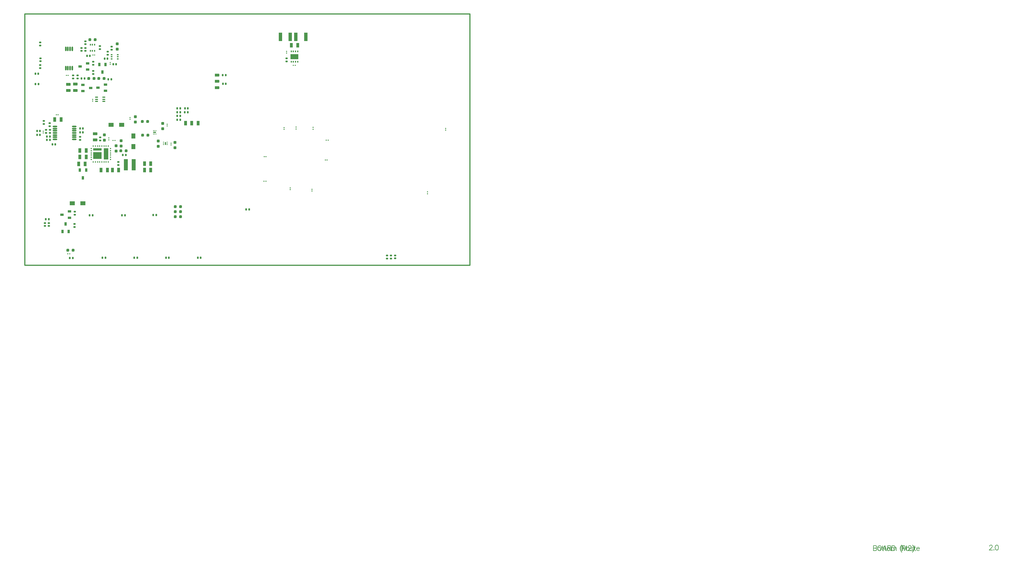
<source format=gbp>
G04 Layer_Color=128*
%FSLAX25Y25*%
%MOIN*%
G70*
G01*
G75*
%ADD10C,0.00700*%
G04:AMPARAMS|DCode=17|XSize=55.12mil|YSize=35.43mil|CornerRadius=8.86mil|HoleSize=0mil|Usage=FLASHONLY|Rotation=270.000|XOffset=0mil|YOffset=0mil|HoleType=Round|Shape=RoundedRectangle|*
%AMROUNDEDRECTD17*
21,1,0.05512,0.01772,0,0,270.0*
21,1,0.03740,0.03543,0,0,270.0*
1,1,0.01772,-0.00886,-0.01870*
1,1,0.01772,-0.00886,0.01870*
1,1,0.01772,0.00886,0.01870*
1,1,0.01772,0.00886,-0.01870*
%
%ADD17ROUNDEDRECTD17*%
G04:AMPARAMS|DCode=18|XSize=55.12mil|YSize=35.43mil|CornerRadius=8.86mil|HoleSize=0mil|Usage=FLASHONLY|Rotation=180.000|XOffset=0mil|YOffset=0mil|HoleType=Round|Shape=RoundedRectangle|*
%AMROUNDEDRECTD18*
21,1,0.05512,0.01772,0,0,180.0*
21,1,0.03740,0.03543,0,0,180.0*
1,1,0.01772,-0.01870,0.00886*
1,1,0.01772,0.01870,0.00886*
1,1,0.01772,0.01870,-0.00886*
1,1,0.01772,-0.01870,-0.00886*
%
%ADD18ROUNDEDRECTD18*%
G04:AMPARAMS|DCode=24|XSize=21.65mil|YSize=23.62mil|CornerRadius=5.41mil|HoleSize=0mil|Usage=FLASHONLY|Rotation=180.000|XOffset=0mil|YOffset=0mil|HoleType=Round|Shape=RoundedRectangle|*
%AMROUNDEDRECTD24*
21,1,0.02165,0.01279,0,0,180.0*
21,1,0.01083,0.02362,0,0,180.0*
1,1,0.01083,-0.00541,0.00640*
1,1,0.01083,0.00541,0.00640*
1,1,0.01083,0.00541,-0.00640*
1,1,0.01083,-0.00541,-0.00640*
%
%ADD24ROUNDEDRECTD24*%
G04:AMPARAMS|DCode=25|XSize=21.65mil|YSize=23.62mil|CornerRadius=5.41mil|HoleSize=0mil|Usage=FLASHONLY|Rotation=90.000|XOffset=0mil|YOffset=0mil|HoleType=Round|Shape=RoundedRectangle|*
%AMROUNDEDRECTD25*
21,1,0.02165,0.01279,0,0,90.0*
21,1,0.01083,0.02362,0,0,90.0*
1,1,0.01083,0.00640,0.00541*
1,1,0.01083,0.00640,-0.00541*
1,1,0.01083,-0.00640,-0.00541*
1,1,0.01083,-0.00640,0.00541*
%
%ADD25ROUNDEDRECTD25*%
G04:AMPARAMS|DCode=26|XSize=10.83mil|YSize=11.81mil|CornerRadius=2.71mil|HoleSize=0mil|Usage=FLASHONLY|Rotation=180.000|XOffset=0mil|YOffset=0mil|HoleType=Round|Shape=RoundedRectangle|*
%AMROUNDEDRECTD26*
21,1,0.01083,0.00640,0,0,180.0*
21,1,0.00541,0.01181,0,0,180.0*
1,1,0.00541,-0.00271,0.00320*
1,1,0.00541,0.00271,0.00320*
1,1,0.00541,0.00271,-0.00320*
1,1,0.00541,-0.00271,-0.00320*
%
%ADD26ROUNDEDRECTD26*%
G04:AMPARAMS|DCode=27|XSize=10.83mil|YSize=11.81mil|CornerRadius=2.71mil|HoleSize=0mil|Usage=FLASHONLY|Rotation=90.000|XOffset=0mil|YOffset=0mil|HoleType=Round|Shape=RoundedRectangle|*
%AMROUNDEDRECTD27*
21,1,0.01083,0.00640,0,0,90.0*
21,1,0.00541,0.01181,0,0,90.0*
1,1,0.00541,0.00320,0.00271*
1,1,0.00541,0.00320,-0.00271*
1,1,0.00541,-0.00320,-0.00271*
1,1,0.00541,-0.00320,0.00271*
%
%ADD27ROUNDEDRECTD27*%
G04:AMPARAMS|DCode=30|XSize=35.43mil|YSize=31.5mil|CornerRadius=7.87mil|HoleSize=0mil|Usage=FLASHONLY|Rotation=0.000|XOffset=0mil|YOffset=0mil|HoleType=Round|Shape=RoundedRectangle|*
%AMROUNDEDRECTD30*
21,1,0.03543,0.01575,0,0,0.0*
21,1,0.01968,0.03150,0,0,0.0*
1,1,0.01575,0.00984,-0.00787*
1,1,0.01575,-0.00984,-0.00787*
1,1,0.01575,-0.00984,0.00787*
1,1,0.01575,0.00984,0.00787*
%
%ADD30ROUNDEDRECTD30*%
%ADD33R,0.03937X0.10236*%
%ADD46C,0.00591*%
%ADD48C,0.01200*%
G04:AMPARAMS|DCode=99|XSize=35.43mil|YSize=31.5mil|CornerRadius=7.87mil|HoleSize=0mil|Usage=FLASHONLY|Rotation=270.000|XOffset=0mil|YOffset=0mil|HoleType=Round|Shape=RoundedRectangle|*
%AMROUNDEDRECTD99*
21,1,0.03543,0.01575,0,0,270.0*
21,1,0.01968,0.03150,0,0,270.0*
1,1,0.01575,-0.00787,-0.00984*
1,1,0.01575,-0.00787,0.00984*
1,1,0.01575,0.00787,0.00984*
1,1,0.01575,0.00787,-0.00984*
%
%ADD99ROUNDEDRECTD99*%
%ADD100R,0.04134X0.02559*%
%ADD101O,0.05709X0.01772*%
%ADD102R,0.02559X0.04134*%
%ADD103R,0.01378X0.00709*%
%ADD104R,0.01181X0.03701*%
%ADD105R,0.01378X0.02362*%
%ADD106R,0.09449X0.06102*%
%ADD107R,0.03740X0.01772*%
%ADD110R,0.01181X0.01575*%
%ADD111R,0.01575X0.01181*%
%ADD113R,0.04724X0.13386*%
%ADD114R,0.00709X0.01378*%
%ADD115R,0.03701X0.01181*%
%ADD116O,0.01772X0.05709*%
%ADD117R,0.02362X0.01654*%
%ADD118R,0.01654X0.02362*%
%ADD119R,0.05118X0.05905*%
%ADD120R,0.05905X0.05118*%
%ADD203R,0.10354X0.02756*%
%ADD204R,0.05512X0.13780*%
%ADD205R,0.10354X0.07874*%
D10*
X1152281Y-335451D02*
Y-335170D01*
X1152562Y-334607D01*
X1152843Y-334326D01*
X1153405Y-334045D01*
X1154530D01*
X1155092Y-334326D01*
X1155374Y-334607D01*
X1155655Y-335170D01*
Y-335732D01*
X1155374Y-336294D01*
X1154811Y-337138D01*
X1152000Y-339949D01*
X1155936D01*
X1157538Y-339387D02*
X1157257Y-339668D01*
X1157538Y-339949D01*
X1157820Y-339668D01*
X1157538Y-339387D01*
X1160800Y-334045D02*
X1159956Y-334326D01*
X1159394Y-335170D01*
X1159113Y-336575D01*
Y-337419D01*
X1159394Y-338825D01*
X1159956Y-339668D01*
X1160800Y-339949D01*
X1161362D01*
X1162206Y-339668D01*
X1162768Y-338825D01*
X1163049Y-337419D01*
Y-336575D01*
X1162768Y-335170D01*
X1162206Y-334326D01*
X1161362Y-334045D01*
X1160800D01*
X1152281Y-335451D02*
Y-335170D01*
X1152562Y-334607D01*
X1152843Y-334326D01*
X1153405Y-334045D01*
X1154530D01*
X1155092Y-334326D01*
X1155374Y-334607D01*
X1155655Y-335170D01*
Y-335732D01*
X1155374Y-336294D01*
X1154811Y-337138D01*
X1152000Y-339949D01*
X1155936D01*
X1157538Y-339387D02*
X1157257Y-339668D01*
X1157538Y-339949D01*
X1157820Y-339668D01*
X1157538Y-339387D01*
X1160800Y-334045D02*
X1159956Y-334326D01*
X1159394Y-335170D01*
X1159113Y-336575D01*
Y-337419D01*
X1159394Y-338825D01*
X1159956Y-339668D01*
X1160800Y-339949D01*
X1161362D01*
X1162206Y-339668D01*
X1162768Y-338825D01*
X1163049Y-337419D01*
Y-336575D01*
X1162768Y-335170D01*
X1162206Y-334326D01*
X1161362Y-334045D01*
X1160800D01*
D17*
X112040Y113800D02*
D03*
X104560D02*
D03*
X71840Y121100D02*
D03*
X64360D02*
D03*
X35760Y174000D02*
D03*
X43240D02*
D03*
X318456Y262556D02*
D03*
X325936D02*
D03*
X91060Y113800D02*
D03*
X98540D02*
D03*
X65660Y129300D02*
D03*
X73140D02*
D03*
X65760Y136900D02*
D03*
X73240D02*
D03*
X199420Y169600D02*
D03*
X206900D02*
D03*
X191900D02*
D03*
X199380D02*
D03*
X150340Y113600D02*
D03*
X142860D02*
D03*
X150280Y121400D02*
D03*
X142800D02*
D03*
D18*
X83900Y157080D02*
D03*
Y149600D02*
D03*
X60300Y216240D02*
D03*
Y208760D02*
D03*
X51800Y216140D02*
D03*
Y208660D02*
D03*
X229600Y227040D02*
D03*
Y219560D02*
D03*
X229700Y219640D02*
D03*
Y212160D02*
D03*
D24*
X96172Y8900D02*
D03*
X92628D02*
D03*
X77743Y250000D02*
D03*
X74200D02*
D03*
X103272Y222100D02*
D03*
X99728D02*
D03*
X18072Y160300D02*
D03*
X14528D02*
D03*
Y155700D02*
D03*
X18072D02*
D03*
X32800Y144400D02*
D03*
X36343D02*
D03*
X26357Y149600D02*
D03*
X29900D02*
D03*
X185643Y187200D02*
D03*
X182100D02*
D03*
X185643Y182700D02*
D03*
X182100D02*
D03*
X185643Y173700D02*
D03*
X182100D02*
D03*
X185643Y178200D02*
D03*
X182100D02*
D03*
X156843Y60100D02*
D03*
X153300D02*
D03*
X119572Y59600D02*
D03*
X116028D02*
D03*
X57200Y8700D02*
D03*
X53657D02*
D03*
X24924Y55000D02*
D03*
X28468D02*
D03*
X80943Y59500D02*
D03*
X77400D02*
D03*
X264457Y66600D02*
D03*
X268000D02*
D03*
X134172Y9000D02*
D03*
X130628D02*
D03*
X65800Y163400D02*
D03*
X69343D02*
D03*
X69372Y158700D02*
D03*
X65828D02*
D03*
X29800Y153600D02*
D03*
X26257D02*
D03*
X120543Y131500D02*
D03*
X117000D02*
D03*
X16200Y216400D02*
D03*
X12657D02*
D03*
X16100Y228800D02*
D03*
X12557D02*
D03*
X105528Y240100D02*
D03*
X109072D02*
D03*
X98772Y246600D02*
D03*
X95228D02*
D03*
X71143Y223000D02*
D03*
X67600D02*
D03*
X236328Y226900D02*
D03*
X239872D02*
D03*
X236500Y216700D02*
D03*
X240043D02*
D03*
X194672Y182700D02*
D03*
X191128D02*
D03*
X194700Y187200D02*
D03*
X191157D02*
D03*
X172072Y9100D02*
D03*
X168528D02*
D03*
X210072Y8900D02*
D03*
X206528D02*
D03*
D25*
X72300Y267472D02*
D03*
Y263928D02*
D03*
X22700Y172300D02*
D03*
Y168757D02*
D03*
X28500Y46900D02*
D03*
Y50443D02*
D03*
X59300Y49172D02*
D03*
Y45628D02*
D03*
X23800Y46900D02*
D03*
Y50443D02*
D03*
X59500Y63972D02*
D03*
Y60428D02*
D03*
X25300Y158028D02*
D03*
Y161572D02*
D03*
X29500Y169700D02*
D03*
Y166157D02*
D03*
X29800Y161572D02*
D03*
Y158028D02*
D03*
X65900Y153372D02*
D03*
Y149828D02*
D03*
X67600Y255928D02*
D03*
Y259472D02*
D03*
X72300Y259443D02*
D03*
Y255900D02*
D03*
X98800Y254943D02*
D03*
Y251400D02*
D03*
X442200Y11772D02*
D03*
Y8228D02*
D03*
X312496Y243356D02*
D03*
Y246899D02*
D03*
X90000Y149000D02*
D03*
Y152543D02*
D03*
X111700Y119728D02*
D03*
Y123272D02*
D03*
X18400Y265872D02*
D03*
Y262328D02*
D03*
X18500Y247100D02*
D03*
Y243557D02*
D03*
X18400Y235428D02*
D03*
Y238972D02*
D03*
X103600Y261000D02*
D03*
Y257457D02*
D03*
X89500Y257957D02*
D03*
Y261500D02*
D03*
X81700Y239428D02*
D03*
Y242972D02*
D03*
X432600Y8128D02*
D03*
Y11672D02*
D03*
X437400D02*
D03*
Y8128D02*
D03*
X57600Y226672D02*
D03*
Y223128D02*
D03*
X62800Y226643D02*
D03*
Y223100D02*
D03*
X81700Y232000D02*
D03*
Y228457D02*
D03*
D26*
X361000Y125600D02*
D03*
X358933D02*
D03*
X37567Y179800D02*
D03*
X39634D02*
D03*
X83300Y251100D02*
D03*
X81233D02*
D03*
X362134Y149200D02*
D03*
X360067D02*
D03*
X285966Y129600D02*
D03*
X288034D02*
D03*
X285767Y100400D02*
D03*
X287833D02*
D03*
X105438Y149000D02*
D03*
X107505D02*
D03*
X320766Y238500D02*
D03*
X322833D02*
D03*
X51400Y13600D02*
D03*
X53467D02*
D03*
X49495Y226600D02*
D03*
X51562D02*
D03*
D27*
X21800Y157966D02*
D03*
Y160034D02*
D03*
X101900Y242067D02*
D03*
Y240000D02*
D03*
X81100Y198134D02*
D03*
Y196066D02*
D03*
X323900Y164833D02*
D03*
Y162767D02*
D03*
X309500Y164367D02*
D03*
Y162300D02*
D03*
X316900Y90367D02*
D03*
Y92434D02*
D03*
X343100Y88566D02*
D03*
Y90633D02*
D03*
X344400Y164533D02*
D03*
Y162467D02*
D03*
X174700Y145633D02*
D03*
Y143567D02*
D03*
X170100Y168234D02*
D03*
Y166166D02*
D03*
X125700Y176233D02*
D03*
Y174167D02*
D03*
X100200Y151833D02*
D03*
Y149767D02*
D03*
X312500Y255234D02*
D03*
Y253167D02*
D03*
X502600Y163233D02*
D03*
Y161167D02*
D03*
X481000Y87500D02*
D03*
Y85433D02*
D03*
D30*
X159300Y142050D02*
D03*
Y148350D02*
D03*
X164600Y163050D02*
D03*
Y169350D02*
D03*
X131800Y170950D02*
D03*
Y177250D02*
D03*
X109100Y142650D02*
D03*
Y136350D02*
D03*
X114800Y142300D02*
D03*
Y148599D02*
D03*
X95100Y155699D02*
D03*
Y149400D02*
D03*
X110300Y258001D02*
D03*
Y264300D02*
D03*
X179200Y140450D02*
D03*
Y146750D02*
D03*
D33*
X335602Y272556D02*
D03*
X323791D02*
D03*
X317102D02*
D03*
X305291D02*
D03*
D46*
X1013504Y-334745D02*
Y-340649D01*
Y-334745D02*
X1016035D01*
X1016878Y-335026D01*
X1017159Y-335307D01*
X1017441Y-335869D01*
Y-336432D01*
X1017159Y-336994D01*
X1016878Y-337275D01*
X1016035Y-337556D01*
X1013504D02*
X1016035D01*
X1016878Y-337837D01*
X1017159Y-338119D01*
X1017441Y-338681D01*
Y-339524D01*
X1017159Y-340087D01*
X1016878Y-340368D01*
X1016035Y-340649D01*
X1013504D01*
X1020168Y-336713D02*
X1019606Y-336994D01*
X1019043Y-337556D01*
X1018762Y-338400D01*
Y-338962D01*
X1019043Y-339805D01*
X1019606Y-340368D01*
X1020168Y-340649D01*
X1021011D01*
X1021574Y-340368D01*
X1022136Y-339805D01*
X1022417Y-338962D01*
Y-338400D01*
X1022136Y-337556D01*
X1021574Y-336994D01*
X1021011Y-336713D01*
X1020168D01*
X1024554Y-334745D02*
Y-339524D01*
X1024835Y-340368D01*
X1025397Y-340649D01*
X1025960D01*
X1023710Y-336713D02*
X1025678D01*
X1027647Y-334745D02*
Y-339524D01*
X1027928Y-340368D01*
X1028490Y-340649D01*
X1029052D01*
X1026803Y-336713D02*
X1028771D01*
X1031301D02*
X1030739Y-336994D01*
X1030177Y-337556D01*
X1029896Y-338400D01*
Y-338962D01*
X1030177Y-339805D01*
X1030739Y-340368D01*
X1031301Y-340649D01*
X1032145D01*
X1032707Y-340368D01*
X1033270Y-339805D01*
X1033551Y-338962D01*
Y-338400D01*
X1033270Y-337556D01*
X1032707Y-336994D01*
X1032145Y-336713D01*
X1031301D01*
X1034844D02*
Y-340649D01*
Y-337837D02*
X1035688Y-336994D01*
X1036250Y-336713D01*
X1037093D01*
X1037656Y-336994D01*
X1037937Y-337837D01*
Y-340649D01*
Y-337837D02*
X1038780Y-336994D01*
X1039342Y-336713D01*
X1040186D01*
X1040748Y-336994D01*
X1041029Y-337837D01*
Y-340649D01*
X1047524Y-337837D02*
X1050054D01*
X1050898Y-337556D01*
X1051179Y-337275D01*
X1051460Y-336713D01*
Y-335869D01*
X1051179Y-335307D01*
X1050898Y-335026D01*
X1050054Y-334745D01*
X1047524D01*
Y-340649D01*
X1056156Y-336713D02*
Y-340649D01*
Y-337556D02*
X1055593Y-336994D01*
X1055031Y-336713D01*
X1054187D01*
X1053625Y-336994D01*
X1053063Y-337556D01*
X1052782Y-338400D01*
Y-338962D01*
X1053063Y-339805D01*
X1053625Y-340368D01*
X1054187Y-340649D01*
X1055031D01*
X1055593Y-340368D01*
X1056156Y-339805D01*
X1060823Y-337556D02*
X1060542Y-336994D01*
X1059698Y-336713D01*
X1058855D01*
X1058011Y-336994D01*
X1057730Y-337556D01*
X1058011Y-338119D01*
X1058574Y-338400D01*
X1059979Y-338681D01*
X1060542Y-338962D01*
X1060823Y-339524D01*
Y-339805D01*
X1060542Y-340368D01*
X1059698Y-340649D01*
X1058855D01*
X1058011Y-340368D01*
X1057730Y-339805D01*
X1062903Y-334745D02*
Y-339524D01*
X1063184Y-340368D01*
X1063747Y-340649D01*
X1064309D01*
X1062060Y-336713D02*
X1064028D01*
X1065152Y-338400D02*
X1068526D01*
Y-337837D01*
X1068245Y-337275D01*
X1067964Y-336994D01*
X1067402Y-336713D01*
X1066558D01*
X1065996Y-336994D01*
X1065434Y-337556D01*
X1065152Y-338400D01*
Y-338962D01*
X1065434Y-339805D01*
X1065996Y-340368D01*
X1066558Y-340649D01*
X1067402D01*
X1067964Y-340368D01*
X1068526Y-339805D01*
X1013504Y-334745D02*
Y-340649D01*
Y-334745D02*
X1016035D01*
X1016878Y-335026D01*
X1017159Y-335307D01*
X1017441Y-335869D01*
Y-336432D01*
X1017159Y-336994D01*
X1016878Y-337275D01*
X1016035Y-337556D01*
X1013504D02*
X1016035D01*
X1016878Y-337837D01*
X1017159Y-338119D01*
X1017441Y-338681D01*
Y-339524D01*
X1017159Y-340087D01*
X1016878Y-340368D01*
X1016035Y-340649D01*
X1013504D01*
X1020449Y-334745D02*
X1019887Y-335026D01*
X1019324Y-335588D01*
X1019043Y-336150D01*
X1018762Y-336994D01*
Y-338400D01*
X1019043Y-339243D01*
X1019324Y-339805D01*
X1019887Y-340368D01*
X1020449Y-340649D01*
X1021574D01*
X1022136Y-340368D01*
X1022698Y-339805D01*
X1022979Y-339243D01*
X1023260Y-338400D01*
Y-336994D01*
X1022979Y-336150D01*
X1022698Y-335588D01*
X1022136Y-335026D01*
X1021574Y-334745D01*
X1020449D01*
X1029137Y-340649D02*
X1026887Y-334745D01*
X1024638Y-340649D01*
X1025482Y-338681D02*
X1028293D01*
X1030514Y-334745D02*
Y-340649D01*
Y-334745D02*
X1033045D01*
X1033888Y-335026D01*
X1034169Y-335307D01*
X1034450Y-335869D01*
Y-336432D01*
X1034169Y-336994D01*
X1033888Y-337275D01*
X1033045Y-337556D01*
X1030514D01*
X1032482D02*
X1034450Y-340649D01*
X1035772Y-334745D02*
Y-340649D01*
Y-334745D02*
X1037740D01*
X1038583Y-335026D01*
X1039146Y-335588D01*
X1039427Y-336150D01*
X1039708Y-336994D01*
Y-338400D01*
X1039427Y-339243D01*
X1039146Y-339805D01*
X1038583Y-340368D01*
X1037740Y-340649D01*
X1035772D01*
X1047637Y-333620D02*
X1047074Y-334182D01*
X1046512Y-335026D01*
X1045950Y-336150D01*
X1045669Y-337556D01*
Y-338681D01*
X1045950Y-340087D01*
X1046512Y-341211D01*
X1047074Y-342055D01*
X1047637Y-342617D01*
X1047074Y-334182D02*
X1046512Y-335307D01*
X1046231Y-336150D01*
X1045950Y-337556D01*
Y-338681D01*
X1046231Y-340087D01*
X1046512Y-340930D01*
X1047074Y-342055D01*
X1048761Y-334745D02*
Y-340649D01*
Y-334745D02*
X1051010Y-340649D01*
X1053260Y-334745D02*
X1051010Y-340649D01*
X1053260Y-334745D02*
Y-340649D01*
X1055228Y-336150D02*
Y-335869D01*
X1055509Y-335307D01*
X1055790Y-335026D01*
X1056352Y-334745D01*
X1057477D01*
X1058039Y-335026D01*
X1058320Y-335307D01*
X1058602Y-335869D01*
Y-336432D01*
X1058320Y-336994D01*
X1057758Y-337837D01*
X1054947Y-340649D01*
X1058883D01*
X1060204Y-333620D02*
X1060767Y-334182D01*
X1061329Y-335026D01*
X1061891Y-336150D01*
X1062172Y-337556D01*
Y-338681D01*
X1061891Y-340087D01*
X1061329Y-341211D01*
X1060767Y-342055D01*
X1060204Y-342617D01*
X1060767Y-334182D02*
X1061329Y-335307D01*
X1061610Y-336150D01*
X1061891Y-337556D01*
Y-338681D01*
X1061610Y-340087D01*
X1061329Y-340930D01*
X1060767Y-342055D01*
D48*
X531500Y0D02*
Y300000D01*
X0D02*
X531500D01*
X0Y0D02*
Y300000D01*
Y0D02*
X531500D01*
D99*
X57700Y17900D02*
D03*
X51401D02*
D03*
X140550Y155300D02*
D03*
X146850D02*
D03*
X77750Y269400D02*
D03*
X84050D02*
D03*
X179750Y57900D02*
D03*
X186050D02*
D03*
X179750Y63900D02*
D03*
X186050D02*
D03*
X179750Y70000D02*
D03*
X186050D02*
D03*
X140250Y171500D02*
D03*
X146550D02*
D03*
X114750Y136700D02*
D03*
X121050D02*
D03*
X82750Y223000D02*
D03*
X76450D02*
D03*
X94550D02*
D03*
X88250D02*
D03*
D100*
X74855Y233560D02*
D03*
Y241040D02*
D03*
X65800Y237300D02*
D03*
X53200Y56700D02*
D03*
Y64180D02*
D03*
X44145Y60440D02*
D03*
X96400Y208300D02*
D03*
Y215780D02*
D03*
X87345Y212040D02*
D03*
X69445Y215340D02*
D03*
Y207860D02*
D03*
X78500Y211600D02*
D03*
D101*
X59100Y165654D02*
D03*
Y163095D02*
D03*
Y160536D02*
D03*
Y157977D02*
D03*
Y155418D02*
D03*
Y152859D02*
D03*
Y150300D02*
D03*
X35872Y165654D02*
D03*
Y163095D02*
D03*
Y160536D02*
D03*
Y157977D02*
D03*
Y155418D02*
D03*
Y152859D02*
D03*
Y150300D02*
D03*
D102*
X73180Y113500D02*
D03*
X65700D02*
D03*
X69440Y104445D02*
D03*
X44960Y40345D02*
D03*
X52440D02*
D03*
X48700Y49400D02*
D03*
X96340Y239555D02*
D03*
X88860D02*
D03*
X92600Y230500D02*
D03*
D103*
X169900Y147050D02*
D03*
Y145475D02*
D03*
Y143900D02*
D03*
X165766D02*
D03*
Y145475D02*
D03*
Y147050D02*
D03*
D104*
X167833Y145475D02*
D03*
D105*
X325873Y243051D02*
D03*
X323314D02*
D03*
X320755D02*
D03*
X318196D02*
D03*
X318196Y255256D02*
D03*
X320755D02*
D03*
X323314D02*
D03*
X325873D02*
D03*
D106*
X322035Y249153D02*
D03*
D107*
X85539Y198141D02*
D03*
X94200Y200700D02*
D03*
Y198141D02*
D03*
Y195582D02*
D03*
X85539D02*
D03*
Y200700D02*
D03*
D110*
X99676Y123291D02*
D03*
X97117D02*
D03*
X94558D02*
D03*
X91999D02*
D03*
X89440D02*
D03*
X86881D02*
D03*
X84322D02*
D03*
X81763D02*
D03*
Y142386D02*
D03*
X84322D02*
D03*
X86881D02*
D03*
X89440D02*
D03*
X91999D02*
D03*
X94558D02*
D03*
X97117D02*
D03*
X99676D02*
D03*
D111*
X79204Y126441D02*
D03*
Y129000D02*
D03*
Y131559D02*
D03*
Y134118D02*
D03*
Y136677D02*
D03*
Y139236D02*
D03*
X102235D02*
D03*
Y136677D02*
D03*
Y134118D02*
D03*
Y131559D02*
D03*
Y129000D02*
D03*
Y126441D02*
D03*
D113*
X129928Y120000D02*
D03*
X120480D02*
D03*
D114*
X153525Y160667D02*
D03*
X155100D02*
D03*
X156675D02*
D03*
Y156533D02*
D03*
X155100D02*
D03*
X153525D02*
D03*
D115*
X155100Y158600D02*
D03*
D116*
X48900Y258428D02*
D03*
X51459D02*
D03*
X54018D02*
D03*
X56577D02*
D03*
X48900Y235200D02*
D03*
X51459D02*
D03*
X54018D02*
D03*
X56577D02*
D03*
D117*
X110980Y248859D02*
D03*
Y251418D02*
D03*
X103500D02*
D03*
Y248859D02*
D03*
Y246300D02*
D03*
X110980D02*
D03*
D118*
X80700Y263440D02*
D03*
X78141D02*
D03*
Y255960D02*
D03*
X80700D02*
D03*
X83259D02*
D03*
Y263440D02*
D03*
D119*
X129600Y141801D02*
D03*
Y154399D02*
D03*
D120*
X56602Y73900D02*
D03*
X69200D02*
D03*
X103102Y167700D02*
D03*
X115700D02*
D03*
D203*
X86724Y138350D02*
D03*
D204*
X96822Y132839D02*
D03*
D205*
X86724Y130870D02*
D03*
M02*

</source>
